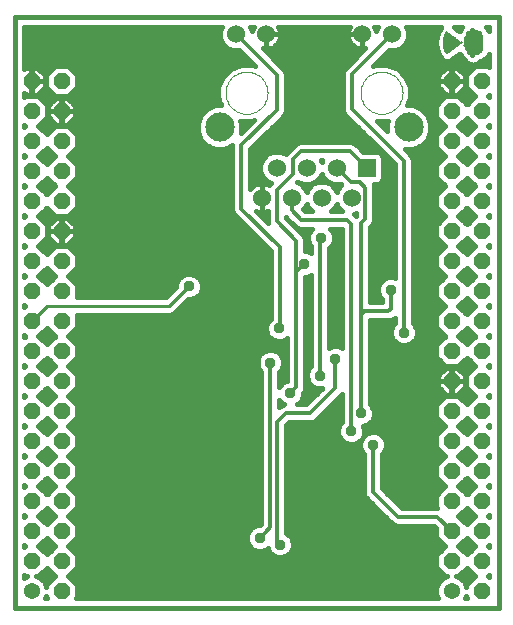
<source format=gbl>
G75*
%MOIN*%
%OFA0B0*%
%FSLAX24Y24*%
%IPPOS*%
%LPD*%
%AMOC8*
5,1,8,0,0,1.08239X$1,22.5*
%
%ADD10C,0.0160*%
%ADD11C,0.0540*%
%ADD12OC8,0.0540*%
%ADD13R,0.0004X0.0421*%
%ADD14R,0.0004X0.0465*%
%ADD15R,0.0004X0.0492*%
%ADD16R,0.0004X0.0516*%
%ADD17R,0.0004X0.0531*%
%ADD18R,0.0004X0.0547*%
%ADD19R,0.0004X0.0563*%
%ADD20R,0.0004X0.0575*%
%ADD21R,0.0004X0.0587*%
%ADD22R,0.0004X0.0598*%
%ADD23R,0.0004X0.0610*%
%ADD24R,0.0004X0.0618*%
%ADD25R,0.0004X0.0626*%
%ADD26R,0.0004X0.0638*%
%ADD27R,0.0004X0.0646*%
%ADD28R,0.0004X0.0650*%
%ADD29R,0.0004X0.0657*%
%ADD30R,0.0004X0.0665*%
%ADD31R,0.0004X0.0673*%
%ADD32R,0.0004X0.0677*%
%ADD33R,0.0004X0.0685*%
%ADD34R,0.0004X0.0689*%
%ADD35R,0.0004X0.0693*%
%ADD36R,0.0004X0.0701*%
%ADD37R,0.0004X0.0705*%
%ADD38R,0.0004X0.0709*%
%ADD39R,0.0004X0.0717*%
%ADD40R,0.0004X0.0720*%
%ADD41R,0.0004X0.0724*%
%ADD42R,0.0004X0.0728*%
%ADD43R,0.0004X0.0732*%
%ADD44R,0.0004X0.0736*%
%ADD45R,0.0004X0.0740*%
%ADD46R,0.0004X0.0744*%
%ADD47R,0.0004X0.0748*%
%ADD48R,0.0004X0.0752*%
%ADD49R,0.0004X0.0756*%
%ADD50R,0.0004X0.0760*%
%ADD51R,0.0004X0.0764*%
%ADD52R,0.0004X0.0768*%
%ADD53R,0.0004X0.0772*%
%ADD54R,0.0004X0.0776*%
%ADD55R,0.0004X0.0780*%
%ADD56R,0.0004X0.0783*%
%ADD57R,0.0004X0.0787*%
%ADD58R,0.0004X0.0791*%
%ADD59R,0.0004X0.0795*%
%ADD60R,0.0004X0.0799*%
%ADD61R,0.0004X0.0803*%
%ADD62R,0.0004X0.0807*%
%ADD63R,0.0004X0.0811*%
%ADD64R,0.0004X0.0815*%
%ADD65R,0.0004X0.0819*%
%ADD66R,0.0004X0.0823*%
%ADD67R,0.0004X0.0827*%
%ADD68R,0.0004X0.0831*%
%ADD69R,0.0004X0.0835*%
%ADD70R,0.0004X0.0839*%
%ADD71R,0.0004X0.0909*%
%ADD72R,0.0004X0.0937*%
%ADD73R,0.0004X0.0953*%
%ADD74R,0.0004X0.0961*%
%ADD75R,0.0004X0.0969*%
%ADD76R,0.0004X0.0976*%
%ADD77R,0.0004X0.0980*%
%ADD78R,0.0004X0.0984*%
%ADD79R,0.0004X0.0965*%
%ADD80R,0.0004X0.0957*%
%ADD81R,0.0004X0.0945*%
%ADD82R,0.0004X0.0921*%
%ADD83R,0.0004X0.0232*%
%ADD84R,0.0004X0.0555*%
%ADD85R,0.0004X0.0224*%
%ADD86R,0.0004X0.0543*%
%ADD87R,0.0004X0.0539*%
%ADD88R,0.0004X0.0220*%
%ADD89R,0.0004X0.0535*%
%ADD90R,0.0004X0.0528*%
%ADD91R,0.0004X0.0520*%
%ADD92R,0.0004X0.0512*%
%ADD93R,0.0004X0.0500*%
%ADD94R,0.0004X0.0488*%
%ADD95R,0.0004X0.0484*%
%ADD96R,0.0004X0.0476*%
%ADD97R,0.0004X0.0449*%
%ADD98R,0.0004X0.0370*%
%ADD99R,0.0004X0.0043*%
%ADD100R,0.0004X0.0228*%
%ADD101R,0.0004X0.0358*%
%ADD102R,0.0004X0.0350*%
%ADD103R,0.0004X0.0343*%
%ADD104R,0.0004X0.0331*%
%ADD105R,0.0004X0.0319*%
%ADD106R,0.0004X0.0311*%
%ADD107R,0.0004X0.0307*%
%ADD108R,0.0004X0.0303*%
%ADD109R,0.0004X0.0063*%
%ADD110R,0.0004X0.0130*%
%ADD111R,0.0004X0.0445*%
%ADD112R,0.0004X0.0437*%
%ADD113R,0.0004X0.0433*%
%ADD114R,0.0004X0.0362*%
%ADD115R,0.0004X0.0047*%
%ADD116R,0.0004X0.0354*%
%ADD117R,0.0004X0.0031*%
%ADD118R,0.0004X0.0346*%
%ADD119R,0.0004X0.0339*%
%ADD120R,0.0004X0.0055*%
%ADD121R,0.0004X0.0177*%
%ADD122R,0.0004X0.0035*%
%ADD123R,0.0004X0.0161*%
%ADD124R,0.0004X0.0051*%
%ADD125R,0.0004X0.0142*%
%ADD126R,0.0004X0.0118*%
%ADD127R,0.0004X0.0091*%
%ADD128R,0.0004X0.0024*%
%ADD129R,0.0004X0.0020*%
%ADD130R,0.0004X0.0008*%
%ADD131R,0.0004X0.0004*%
%ADD132R,0.0004X0.0012*%
%ADD133R,0.0004X0.0028*%
%ADD134R,0.0004X0.0059*%
%ADD135R,0.0004X0.0067*%
%ADD136R,0.0004X0.0075*%
%ADD137R,0.0004X0.0083*%
%ADD138R,0.0004X0.0098*%
%ADD139R,0.0004X0.0106*%
%ADD140R,0.0004X0.0114*%
%ADD141R,0.0004X0.0122*%
%ADD142R,0.0004X0.0138*%
%ADD143R,0.0004X0.0146*%
%ADD144R,0.0004X0.0154*%
%ADD145R,0.0004X0.0165*%
%ADD146R,0.0004X0.0169*%
%ADD147R,0.0004X0.0185*%
%ADD148R,0.0004X0.0189*%
%ADD149R,0.0004X0.0193*%
%ADD150R,0.0004X0.0201*%
%ADD151R,0.0004X0.0209*%
%ADD152R,0.0004X0.0213*%
%ADD153R,0.0004X0.0217*%
%ADD154R,0.0004X0.0236*%
%ADD155R,0.0004X0.0240*%
%ADD156R,0.0004X0.0248*%
%ADD157R,0.0004X0.0256*%
%ADD158R,0.0004X0.0264*%
%ADD159R,0.0004X0.0272*%
%ADD160R,0.0004X0.0280*%
%ADD161R,0.0004X0.0287*%
%ADD162R,0.0004X0.0295*%
%ADD163R,0.0004X0.0299*%
%ADD164R,0.0004X0.0126*%
%ADD165R,0.0004X0.0157*%
%ADD166R,0.0004X0.0134*%
%ADD167R,0.0004X0.0173*%
%ADD168R,0.0004X0.0366*%
%ADD169R,0.0004X0.0374*%
%ADD170R,0.0004X0.0382*%
%ADD171R,0.0004X0.0390*%
%ADD172R,0.0004X0.0394*%
%ADD173R,0.0004X0.0398*%
%ADD174R,0.0004X0.0406*%
%ADD175R,0.0004X0.0409*%
%ADD176R,0.0004X0.0417*%
%ADD177R,0.0004X0.0429*%
%ADD178R,0.0004X0.0441*%
%ADD179R,0.0004X0.0453*%
%ADD180R,0.0004X0.0457*%
%ADD181R,0.0004X0.0469*%
%ADD182R,0.0004X0.0480*%
%ADD183R,0.0004X0.0504*%
%ADD184R,0.0004X0.0508*%
%ADD185R,0.0004X0.0551*%
%ADD186R,0.0004X0.0567*%
%ADD187R,0.0004X0.0579*%
%ADD188R,0.0004X0.0413*%
%ADD189R,0.0004X0.0425*%
%ADD190R,0.0004X0.0181*%
%ADD191R,0.0004X0.0634*%
%ADD192R,0.0004X0.0654*%
%ADD193R,0.0004X0.0661*%
%ADD194R,0.0004X0.0669*%
%ADD195R,0.0004X0.0697*%
%ADD196R,0.0004X0.0244*%
%ADD197R,0.0004X0.0252*%
%ADD198R,0.0004X0.0461*%
%ADD199R,0.0004X0.0094*%
%ADD200R,0.0004X0.0622*%
%ADD201R,0.0004X0.0102*%
%ADD202R,0.0004X0.0630*%
%ADD203R,0.0004X0.0614*%
%ADD204R,0.0004X0.0583*%
%ADD205R,0.0004X0.0327*%
%ADD206C,0.0600*%
%ADD207C,0.0975*%
%ADD208R,0.0600X0.0600*%
%ADD209C,0.0000*%
%ADD210C,0.0376*%
%ADD211C,0.0100*%
%ADD212C,0.0120*%
D10*
X000259Y000180D02*
X016401Y000180D01*
X016401Y019865D01*
X000259Y019865D01*
X000259Y000180D01*
X000579Y001183D02*
X000680Y001225D01*
X000619Y001225D01*
X000579Y001265D01*
X000579Y001183D01*
X000980Y001225D02*
X001041Y001225D01*
X001330Y001514D01*
X001609Y001235D01*
X001320Y000946D01*
X001320Y000885D01*
X001262Y001024D01*
X001119Y001167D01*
X000980Y001225D01*
X001106Y001290D02*
X001554Y001290D01*
X001505Y001131D02*
X001155Y001131D01*
X001284Y000973D02*
X001346Y000973D01*
X001320Y000585D02*
X001320Y000524D01*
X001344Y000500D01*
X001285Y000500D01*
X001320Y000585D01*
X001264Y001448D02*
X001396Y001448D01*
X001330Y001956D02*
X001609Y002235D01*
X001330Y002514D01*
X001051Y002235D01*
X001330Y001956D01*
X001204Y002082D02*
X001456Y002082D01*
X001603Y002241D02*
X001057Y002241D01*
X001215Y002399D02*
X001445Y002399D01*
X001330Y002956D02*
X001609Y003235D01*
X001330Y003514D01*
X001051Y003235D01*
X001330Y002956D01*
X001253Y003033D02*
X001407Y003033D01*
X001565Y003192D02*
X001095Y003192D01*
X001166Y003350D02*
X001494Y003350D01*
X001335Y003509D02*
X001325Y003509D01*
X001330Y003956D02*
X001609Y004235D01*
X001330Y004514D01*
X001051Y004235D01*
X001330Y003956D01*
X001302Y003984D02*
X001358Y003984D01*
X001516Y004143D02*
X001144Y004143D01*
X001117Y004301D02*
X001543Y004301D01*
X001384Y004460D02*
X001276Y004460D01*
X001330Y004956D02*
X001609Y005235D01*
X001330Y005514D01*
X001051Y005235D01*
X001330Y004956D01*
X001193Y005094D02*
X001467Y005094D01*
X001592Y005252D02*
X001068Y005252D01*
X001227Y005411D02*
X001433Y005411D01*
X001330Y005956D02*
X001609Y006235D01*
X001330Y006514D01*
X001051Y006235D01*
X001330Y005956D01*
X001242Y006045D02*
X001418Y006045D01*
X001577Y006203D02*
X001083Y006203D01*
X001178Y006362D02*
X001482Y006362D01*
X001330Y006956D02*
X001609Y007235D01*
X001330Y007514D01*
X001051Y007235D01*
X001330Y006956D01*
X001291Y006996D02*
X001369Y006996D01*
X001528Y007154D02*
X001132Y007154D01*
X001129Y007313D02*
X001531Y007313D01*
X001373Y007471D02*
X001287Y007471D01*
X001330Y007956D02*
X001609Y008235D01*
X001330Y008514D01*
X001051Y008235D01*
X001330Y007956D01*
X001181Y008105D02*
X001479Y008105D01*
X001580Y008264D02*
X001080Y008264D01*
X001238Y008422D02*
X001422Y008422D01*
X001330Y008956D02*
X001609Y009235D01*
X001330Y009514D01*
X001051Y009235D01*
X001330Y008956D01*
X001230Y009056D02*
X001430Y009056D01*
X001588Y009215D02*
X001072Y009215D01*
X001189Y009373D02*
X001471Y009373D01*
X002051Y009235D02*
X002340Y009524D01*
X002340Y009946D01*
X002337Y009949D01*
X005474Y009949D01*
X005581Y009993D01*
X006048Y010461D01*
X006151Y010461D01*
X006309Y010526D01*
X006429Y010646D01*
X006494Y010804D01*
X006494Y010974D01*
X006429Y011131D01*
X006309Y011252D01*
X006151Y011317D01*
X005981Y011317D01*
X005824Y011252D01*
X005703Y011131D01*
X005638Y010974D01*
X005638Y010871D01*
X005296Y010529D01*
X002340Y010529D01*
X002340Y010946D01*
X002051Y011235D01*
X002340Y011524D01*
X002340Y011946D01*
X002041Y012245D01*
X001619Y012245D01*
X001330Y011956D01*
X001051Y012235D01*
X001340Y012524D01*
X001340Y012946D01*
X001051Y013235D01*
X001330Y013514D01*
X001619Y013225D01*
X002041Y013225D01*
X002340Y013524D01*
X002340Y013946D01*
X002051Y014235D01*
X002340Y014524D01*
X002340Y014946D01*
X002051Y015235D01*
X002340Y015524D01*
X002340Y015946D01*
X002041Y016245D01*
X001619Y016245D01*
X001330Y015956D01*
X001051Y016235D01*
X001340Y016524D01*
X001340Y016946D01*
X001041Y017245D01*
X000619Y017245D01*
X000579Y017205D01*
X000579Y017350D01*
X000644Y017285D01*
X000820Y017285D01*
X000820Y017725D01*
X000840Y017725D01*
X000840Y017285D01*
X001016Y017285D01*
X001280Y017549D01*
X001280Y017725D01*
X000840Y017725D01*
X000840Y017745D01*
X001280Y017745D01*
X001280Y017922D01*
X001016Y018185D01*
X000840Y018185D01*
X000840Y017745D01*
X000820Y017745D01*
X000820Y018185D01*
X000644Y018185D01*
X000579Y018121D01*
X000579Y019545D01*
X007158Y019545D01*
X007099Y019403D01*
X007099Y019188D01*
X007182Y018989D01*
X007334Y018838D01*
X007532Y018755D01*
X007747Y018755D01*
X007753Y018758D01*
X008260Y018251D01*
X008176Y018285D01*
X007802Y018285D01*
X007457Y018142D01*
X007193Y017878D01*
X007049Y017532D01*
X007049Y017158D01*
X007147Y016923D01*
X006945Y016923D01*
X006677Y016812D01*
X006473Y016607D01*
X006362Y016340D01*
X006362Y016051D01*
X006473Y015783D01*
X006677Y015579D01*
X006945Y015468D01*
X007234Y015468D01*
X007502Y015579D01*
X007518Y015595D01*
X007518Y013408D01*
X007564Y013297D01*
X008798Y012064D01*
X008798Y009816D01*
X008715Y009734D01*
X008650Y009576D01*
X008650Y009406D01*
X008715Y009249D01*
X008836Y009128D01*
X008993Y009063D01*
X009163Y009063D01*
X009321Y009128D01*
X009349Y009156D01*
X009349Y007746D01*
X009210Y007689D01*
X009089Y007568D01*
X009083Y007553D01*
X009083Y008044D01*
X009146Y008107D01*
X009211Y008264D01*
X009211Y008434D01*
X009146Y008592D01*
X009025Y008712D01*
X008868Y008777D01*
X008698Y008777D01*
X008540Y008712D01*
X008420Y008592D01*
X008355Y008434D01*
X008355Y008264D01*
X008420Y008107D01*
X008483Y008044D01*
X008483Y002981D01*
X008432Y002931D01*
X008343Y002931D01*
X008186Y002866D01*
X008065Y002745D01*
X008000Y002588D01*
X008000Y002418D01*
X008065Y002260D01*
X008186Y002140D01*
X008343Y002075D01*
X008514Y002075D01*
X008671Y002140D01*
X008688Y002157D01*
X008735Y002044D01*
X008855Y001923D01*
X009013Y001858D01*
X009183Y001858D01*
X009340Y001923D01*
X009461Y002044D01*
X009526Y002201D01*
X009526Y002371D01*
X009461Y002529D01*
X009340Y002649D01*
X009319Y002658D01*
X009319Y006257D01*
X009419Y006356D01*
X010161Y006356D01*
X010272Y006402D01*
X011118Y007249D01*
X011180Y007310D01*
X011180Y006371D01*
X011117Y006308D01*
X011051Y006151D01*
X011051Y005981D01*
X011117Y005823D01*
X011237Y005703D01*
X011394Y005638D01*
X011565Y005638D01*
X011722Y005703D01*
X011824Y005805D01*
X011780Y005698D01*
X011780Y005528D01*
X011845Y005371D01*
X011908Y005308D01*
X011908Y003979D01*
X011954Y003868D01*
X012780Y003042D01*
X012865Y002957D01*
X012975Y002911D01*
X014229Y002911D01*
X014320Y002821D01*
X014320Y002524D01*
X014609Y002235D01*
X014320Y001946D01*
X014320Y001524D01*
X014619Y001225D01*
X014680Y001225D01*
X014541Y001167D01*
X014398Y001024D01*
X014320Y000837D01*
X014320Y000634D01*
X014375Y000500D01*
X002316Y000500D01*
X002340Y000524D01*
X002340Y000946D01*
X002051Y001235D01*
X002340Y001524D01*
X002340Y001946D01*
X002051Y002235D01*
X002340Y002524D01*
X002340Y002946D01*
X002051Y003235D01*
X002340Y003524D01*
X002340Y003946D01*
X002051Y004235D01*
X002340Y004524D01*
X002340Y004946D01*
X002051Y005235D01*
X002340Y005524D01*
X002340Y005946D01*
X002051Y006235D01*
X002340Y006524D01*
X002340Y006946D01*
X002051Y007235D01*
X002340Y007524D01*
X002340Y007946D01*
X002051Y008235D01*
X002340Y008524D01*
X002340Y008946D01*
X002051Y009235D01*
X002072Y009215D02*
X008749Y009215D01*
X008664Y009373D02*
X002189Y009373D01*
X002340Y009532D02*
X008650Y009532D01*
X008697Y009690D02*
X002340Y009690D01*
X002340Y009849D02*
X008798Y009849D01*
X008798Y010007D02*
X005595Y010007D01*
X005753Y010166D02*
X008798Y010166D01*
X008798Y010324D02*
X005912Y010324D01*
X006204Y010483D02*
X008798Y010483D01*
X008798Y010641D02*
X006424Y010641D01*
X006493Y010800D02*
X008798Y010800D01*
X008798Y010958D02*
X006494Y010958D01*
X006435Y011117D02*
X008798Y011117D01*
X008798Y011275D02*
X006252Y011275D01*
X005880Y011275D02*
X002091Y011275D01*
X002170Y011117D02*
X005697Y011117D01*
X005638Y010958D02*
X002328Y010958D01*
X002340Y010800D02*
X005567Y010800D01*
X005408Y010641D02*
X002340Y010641D01*
X002250Y011434D02*
X008798Y011434D01*
X008798Y011592D02*
X002340Y011592D01*
X002340Y011751D02*
X008798Y011751D01*
X008798Y011909D02*
X002340Y011909D01*
X002219Y012068D02*
X008794Y012068D01*
X008635Y012226D02*
X002060Y012226D01*
X002016Y012285D02*
X002280Y012549D01*
X002280Y012725D01*
X001840Y012725D01*
X001840Y012285D01*
X002016Y012285D01*
X002116Y012385D02*
X008477Y012385D01*
X008318Y012543D02*
X002274Y012543D01*
X002280Y012702D02*
X008160Y012702D01*
X008001Y012860D02*
X002280Y012860D01*
X002280Y012922D02*
X002016Y013185D01*
X001840Y013185D01*
X001840Y012745D01*
X002280Y012745D01*
X002280Y012922D01*
X002183Y013019D02*
X007843Y013019D01*
X007684Y013177D02*
X002024Y013177D01*
X001840Y013177D02*
X001820Y013177D01*
X001820Y013185D02*
X001644Y013185D01*
X001380Y012922D01*
X001380Y012745D01*
X001820Y012745D01*
X001820Y012725D01*
X001840Y012725D01*
X001840Y012745D01*
X001820Y012745D01*
X001820Y013185D01*
X001820Y013019D02*
X001840Y013019D01*
X001840Y012860D02*
X001820Y012860D01*
X001820Y012725D02*
X001380Y012725D01*
X001380Y012549D01*
X001644Y012285D01*
X001820Y012285D01*
X001820Y012725D01*
X001820Y012702D02*
X001840Y012702D01*
X001840Y012543D02*
X001820Y012543D01*
X001820Y012385D02*
X001840Y012385D01*
X001600Y012226D02*
X001060Y012226D01*
X001201Y012385D02*
X001544Y012385D01*
X001386Y012543D02*
X001340Y012543D01*
X001340Y012702D02*
X001380Y012702D01*
X001380Y012860D02*
X001340Y012860D01*
X001268Y013019D02*
X001477Y013019D01*
X001636Y013177D02*
X001109Y013177D01*
X001152Y013336D02*
X001508Y013336D01*
X001350Y013494D02*
X001310Y013494D01*
X001330Y013956D02*
X001609Y014235D01*
X001330Y014514D01*
X001051Y014235D01*
X001330Y013956D01*
X001317Y013970D02*
X001343Y013970D01*
X001502Y014128D02*
X001158Y014128D01*
X001103Y014287D02*
X001557Y014287D01*
X001399Y014445D02*
X001261Y014445D01*
X001330Y014956D02*
X001609Y015235D01*
X001330Y015514D01*
X001051Y015235D01*
X001330Y014956D01*
X001207Y015079D02*
X001453Y015079D01*
X001606Y015238D02*
X001054Y015238D01*
X001212Y015396D02*
X001448Y015396D01*
X001404Y016030D02*
X001256Y016030D01*
X001098Y016189D02*
X001562Y016189D01*
X001644Y016285D02*
X001380Y016549D01*
X001380Y016725D01*
X001820Y016725D01*
X001840Y016725D01*
X001840Y016285D01*
X002016Y016285D01*
X002280Y016549D01*
X002280Y016725D01*
X001840Y016725D01*
X001840Y016745D01*
X002280Y016745D01*
X002280Y016922D01*
X002016Y017185D01*
X001840Y017185D01*
X001840Y016745D01*
X001820Y016745D01*
X001820Y016725D01*
X001820Y016285D01*
X001644Y016285D01*
X001582Y016347D02*
X001163Y016347D01*
X001322Y016506D02*
X001423Y016506D01*
X001380Y016664D02*
X001340Y016664D01*
X001380Y016745D02*
X001820Y016745D01*
X001820Y017185D01*
X001644Y017185D01*
X001380Y016922D01*
X001380Y016745D01*
X001380Y016823D02*
X001340Y016823D01*
X001305Y016981D02*
X001440Y016981D01*
X001598Y017140D02*
X001147Y017140D01*
X001029Y017298D02*
X001546Y017298D01*
X001619Y017225D02*
X002041Y017225D01*
X002340Y017524D01*
X002340Y017946D01*
X002041Y018245D01*
X001619Y018245D01*
X001320Y017946D01*
X001320Y017524D01*
X001619Y017225D01*
X001820Y017140D02*
X001840Y017140D01*
X001840Y016981D02*
X001820Y016981D01*
X001820Y016823D02*
X001840Y016823D01*
X001840Y016664D02*
X001820Y016664D01*
X001820Y016506D02*
X001840Y016506D01*
X001840Y016347D02*
X001820Y016347D01*
X002078Y016347D02*
X006365Y016347D01*
X006362Y016189D02*
X002098Y016189D01*
X002256Y016030D02*
X006370Y016030D01*
X006436Y015872D02*
X002340Y015872D01*
X002340Y015713D02*
X006543Y015713D01*
X006735Y015555D02*
X002340Y015555D01*
X002212Y015396D02*
X007518Y015396D01*
X007518Y015238D02*
X002054Y015238D01*
X002207Y015079D02*
X007518Y015079D01*
X007518Y014921D02*
X002340Y014921D01*
X002340Y014762D02*
X007518Y014762D01*
X007518Y014604D02*
X002340Y014604D01*
X002261Y014445D02*
X007518Y014445D01*
X007518Y014287D02*
X002103Y014287D01*
X002158Y014128D02*
X007518Y014128D01*
X007518Y013970D02*
X002317Y013970D01*
X002340Y013811D02*
X007518Y013811D01*
X007518Y013653D02*
X002340Y013653D01*
X002310Y013494D02*
X007518Y013494D01*
X007548Y013336D02*
X002152Y013336D01*
X001441Y012068D02*
X001219Y012068D01*
X001330Y011514D02*
X001609Y011235D01*
X001330Y010956D01*
X001051Y011235D01*
X001330Y011514D01*
X001250Y011434D02*
X001410Y011434D01*
X001569Y011275D02*
X001091Y011275D01*
X001170Y011117D02*
X001490Y011117D01*
X001332Y010958D02*
X001328Y010958D01*
X000609Y011235D02*
X000579Y011205D01*
X000579Y011265D01*
X000609Y011235D01*
X000579Y010265D02*
X000609Y010235D01*
X000579Y010205D01*
X000579Y010265D01*
X000579Y009265D02*
X000609Y009235D01*
X000579Y009205D01*
X000579Y009265D01*
X000579Y009215D02*
X000588Y009215D01*
X000579Y008265D02*
X000609Y008235D01*
X000579Y008205D01*
X000579Y008265D01*
X000579Y008264D02*
X000580Y008264D01*
X000579Y007265D02*
X000609Y007235D01*
X000579Y007205D01*
X000579Y007265D01*
X000579Y006265D02*
X000609Y006235D01*
X000579Y006205D01*
X000579Y006265D01*
X000579Y005265D02*
X000609Y005235D01*
X000579Y005205D01*
X000579Y005265D01*
X000579Y005252D02*
X000592Y005252D01*
X000579Y004265D02*
X000609Y004235D01*
X000579Y004205D01*
X000579Y004265D01*
X000579Y003265D02*
X000609Y003235D01*
X000579Y003205D01*
X000579Y003265D01*
X000579Y002265D02*
X000609Y002235D01*
X000579Y002205D01*
X000579Y002265D01*
X000579Y002241D02*
X000603Y002241D01*
X002057Y002241D02*
X008085Y002241D01*
X008008Y002399D02*
X002215Y002399D01*
X002340Y002558D02*
X008000Y002558D01*
X008053Y002716D02*
X002340Y002716D01*
X002340Y002875D02*
X008207Y002875D01*
X008483Y003033D02*
X002253Y003033D01*
X002095Y003192D02*
X008483Y003192D01*
X008483Y003350D02*
X002166Y003350D01*
X002325Y003509D02*
X008483Y003509D01*
X008483Y003667D02*
X002340Y003667D01*
X002340Y003826D02*
X008483Y003826D01*
X008483Y003984D02*
X002302Y003984D01*
X002144Y004143D02*
X008483Y004143D01*
X008483Y004301D02*
X002117Y004301D01*
X002276Y004460D02*
X008483Y004460D01*
X008483Y004618D02*
X002340Y004618D01*
X002340Y004777D02*
X008483Y004777D01*
X008483Y004935D02*
X002340Y004935D01*
X002193Y005094D02*
X008483Y005094D01*
X008483Y005252D02*
X002068Y005252D01*
X002227Y005411D02*
X008483Y005411D01*
X008483Y005569D02*
X002340Y005569D01*
X002340Y005728D02*
X008483Y005728D01*
X008483Y005886D02*
X002340Y005886D01*
X002242Y006045D02*
X008483Y006045D01*
X008483Y006203D02*
X002083Y006203D01*
X002178Y006362D02*
X008483Y006362D01*
X008483Y006520D02*
X002336Y006520D01*
X002340Y006679D02*
X008483Y006679D01*
X008483Y006837D02*
X002340Y006837D01*
X002291Y006996D02*
X008483Y006996D01*
X008483Y007154D02*
X002132Y007154D01*
X002129Y007313D02*
X008483Y007313D01*
X008483Y007471D02*
X002287Y007471D01*
X002340Y007630D02*
X008483Y007630D01*
X008483Y007788D02*
X002340Y007788D01*
X002340Y007947D02*
X008483Y007947D01*
X008422Y008105D02*
X002181Y008105D01*
X002080Y008264D02*
X008355Y008264D01*
X008355Y008422D02*
X002238Y008422D01*
X002340Y008581D02*
X008415Y008581D01*
X008605Y008739D02*
X002340Y008739D01*
X002340Y008898D02*
X009349Y008898D01*
X009349Y009056D02*
X002230Y009056D01*
X000579Y012205D02*
X000609Y012235D01*
X000579Y012265D01*
X000579Y012205D01*
X000579Y012226D02*
X000600Y012226D01*
X000579Y013205D02*
X000609Y013235D01*
X000579Y013265D01*
X000579Y013205D01*
X000579Y014205D02*
X000609Y014235D01*
X000579Y014265D01*
X000579Y014205D01*
X000579Y015205D02*
X000609Y015235D01*
X000579Y015265D01*
X000579Y015205D01*
X000579Y015238D02*
X000606Y015238D01*
X000579Y016205D02*
X000609Y016235D01*
X000579Y016265D01*
X000579Y016205D01*
X000579Y017298D02*
X000631Y017298D01*
X000820Y017298D02*
X000840Y017298D01*
X000840Y017457D02*
X000820Y017457D01*
X000820Y017615D02*
X000840Y017615D01*
X000840Y017774D02*
X000820Y017774D01*
X000820Y017932D02*
X000840Y017932D01*
X000840Y018091D02*
X000820Y018091D01*
X000579Y018249D02*
X007715Y018249D01*
X007945Y018566D02*
X000579Y018566D01*
X000579Y018408D02*
X008103Y018408D01*
X007786Y018725D02*
X000579Y018725D01*
X000579Y018883D02*
X007288Y018883D01*
X007160Y019042D02*
X000579Y019042D01*
X000579Y019200D02*
X007099Y019200D01*
X007099Y019359D02*
X000579Y019359D01*
X000579Y019517D02*
X007147Y019517D01*
X008121Y019545D02*
X008174Y019416D01*
X008195Y019480D01*
X008228Y019545D01*
X008121Y019545D01*
X008132Y019517D02*
X008214Y019517D01*
X008639Y019295D02*
X008639Y019295D01*
X008639Y018815D01*
X008602Y018815D01*
X008533Y018826D01*
X009254Y018105D01*
X009299Y017995D01*
X009299Y016715D01*
X009254Y016605D01*
X009169Y016520D01*
X008118Y015469D01*
X008118Y014151D01*
X008123Y014158D01*
X008177Y014211D01*
X008238Y014256D01*
X008305Y014290D01*
X008377Y014314D01*
X008452Y014325D01*
X008489Y014325D01*
X008489Y013845D01*
X008489Y013845D01*
X008489Y013365D01*
X008452Y013365D01*
X008377Y013377D01*
X008311Y013399D01*
X008699Y013011D01*
X008699Y013414D01*
X008674Y013401D01*
X008602Y013377D01*
X008527Y013365D01*
X008489Y013365D01*
X008489Y013845D01*
X008489Y013845D01*
X008489Y014325D01*
X008527Y014325D01*
X008602Y014314D01*
X008674Y014290D01*
X008734Y014260D01*
X008745Y014287D01*
X008798Y014340D01*
X008684Y014388D01*
X008532Y014539D01*
X008449Y014738D01*
X008449Y014953D01*
X008532Y015151D01*
X008684Y015303D01*
X008882Y015385D01*
X009097Y015385D01*
X009291Y015305D01*
X009361Y015375D01*
X009636Y015651D01*
X009747Y015697D01*
X011498Y015697D01*
X011608Y015651D01*
X011693Y015566D01*
X011874Y015385D01*
X012337Y015385D01*
X012425Y015349D01*
X012493Y015281D01*
X012529Y015193D01*
X012529Y014498D01*
X012493Y014409D01*
X012425Y014342D01*
X012337Y014305D01*
X012223Y014305D01*
X012252Y014236D01*
X012252Y013093D01*
X012206Y012983D01*
X012095Y012871D01*
X012095Y010362D01*
X012499Y010362D01*
X012499Y010465D01*
X012436Y010528D01*
X012370Y010685D01*
X012370Y010856D01*
X012436Y011013D01*
X012556Y011133D01*
X012713Y011199D01*
X012884Y011199D01*
X012932Y011179D01*
X012932Y014957D01*
X011245Y016644D01*
X011199Y016754D01*
X011199Y018015D01*
X011245Y018125D01*
X011329Y018210D01*
X011946Y018826D01*
X011877Y018815D01*
X011839Y018815D01*
X011839Y019295D01*
X011359Y019295D01*
X011359Y019258D01*
X011371Y019183D01*
X011395Y019111D01*
X011429Y019044D01*
X011473Y018983D01*
X011527Y018929D01*
X011588Y018885D01*
X011655Y018851D01*
X011727Y018827D01*
X011802Y018815D01*
X011839Y018815D01*
X011839Y019295D01*
X011839Y019295D01*
X011839Y019295D01*
X011359Y019295D01*
X011359Y019333D01*
X011371Y019408D01*
X011395Y019480D01*
X011428Y019545D01*
X009051Y019545D01*
X009084Y019480D01*
X009108Y019408D01*
X009119Y019333D01*
X009119Y019295D01*
X008639Y019295D01*
X008639Y018815D01*
X008677Y018815D01*
X008752Y018827D01*
X008824Y018851D01*
X008891Y018885D01*
X008952Y018929D01*
X009006Y018983D01*
X009050Y019044D01*
X009084Y019111D01*
X009108Y019183D01*
X009119Y019258D01*
X009119Y019295D01*
X008639Y019295D01*
X008639Y019295D01*
X008639Y019200D02*
X008639Y019200D01*
X008639Y019042D02*
X008639Y019042D01*
X008639Y018883D02*
X008639Y018883D01*
X008635Y018725D02*
X011844Y018725D01*
X011839Y018883D02*
X011839Y018883D01*
X011839Y019042D02*
X011839Y019042D01*
X011839Y019200D02*
X011839Y019200D01*
X011591Y018883D02*
X008888Y018883D01*
X009048Y019042D02*
X011431Y019042D01*
X011369Y019200D02*
X009110Y019200D01*
X009115Y019359D02*
X011363Y019359D01*
X011414Y019517D02*
X009065Y019517D01*
X008793Y018566D02*
X011686Y018566D01*
X011527Y018408D02*
X008952Y018408D01*
X009110Y018249D02*
X011369Y018249D01*
X011231Y018091D02*
X009260Y018091D01*
X009299Y017932D02*
X011199Y017932D01*
X011199Y017774D02*
X009299Y017774D01*
X009299Y017615D02*
X011199Y017615D01*
X011199Y017457D02*
X009299Y017457D01*
X009299Y017298D02*
X011199Y017298D01*
X011199Y017140D02*
X009299Y017140D01*
X009299Y016981D02*
X011199Y016981D01*
X011199Y016823D02*
X009299Y016823D01*
X009278Y016664D02*
X011237Y016664D01*
X011383Y016506D02*
X009155Y016506D01*
X008996Y016347D02*
X011542Y016347D01*
X011700Y016189D02*
X008838Y016189D01*
X008679Y016030D02*
X011859Y016030D01*
X012017Y015872D02*
X008521Y015872D01*
X008362Y015713D02*
X012176Y015713D01*
X012334Y015555D02*
X011705Y015555D01*
X011863Y015396D02*
X012493Y015396D01*
X012511Y015238D02*
X012651Y015238D01*
X012529Y015079D02*
X012810Y015079D01*
X012932Y014921D02*
X012529Y014921D01*
X012529Y014762D02*
X012932Y014762D01*
X012932Y014604D02*
X012529Y014604D01*
X012508Y014445D02*
X012932Y014445D01*
X012932Y014287D02*
X012231Y014287D01*
X012252Y014128D02*
X012932Y014128D01*
X012932Y013970D02*
X012252Y013970D01*
X012252Y013811D02*
X012932Y013811D01*
X012932Y013653D02*
X012252Y013653D01*
X012252Y013494D02*
X012932Y013494D01*
X012932Y013336D02*
X012252Y013336D01*
X012252Y013177D02*
X012932Y013177D01*
X012932Y013019D02*
X012221Y013019D01*
X012095Y012860D02*
X012932Y012860D01*
X012932Y012702D02*
X012095Y012702D01*
X012095Y012543D02*
X012932Y012543D01*
X012932Y012385D02*
X012095Y012385D01*
X012095Y012226D02*
X012932Y012226D01*
X012932Y012068D02*
X012095Y012068D01*
X012095Y011909D02*
X012932Y011909D01*
X012932Y011751D02*
X012095Y011751D01*
X012095Y011592D02*
X012932Y011592D01*
X012932Y011434D02*
X012095Y011434D01*
X012095Y011275D02*
X012932Y011275D01*
X012539Y011117D02*
X012095Y011117D01*
X012095Y010958D02*
X012413Y010958D01*
X012370Y010800D02*
X012095Y010800D01*
X012095Y010641D02*
X012389Y010641D01*
X012481Y010483D02*
X012095Y010483D01*
X012095Y009762D02*
X012779Y009762D01*
X012890Y009808D01*
X012932Y009849D01*
X012932Y009659D01*
X012869Y009596D01*
X012803Y009438D01*
X012803Y009268D01*
X012869Y009111D01*
X012989Y008990D01*
X013146Y008925D01*
X013317Y008925D01*
X013474Y008990D01*
X013595Y009111D01*
X013660Y009268D01*
X013660Y009438D01*
X013595Y009596D01*
X013532Y009659D01*
X013532Y015141D01*
X013486Y015252D01*
X013402Y015336D01*
X013270Y015468D01*
X013534Y015468D01*
X013802Y015579D01*
X014006Y015783D01*
X014117Y016051D01*
X014117Y016340D01*
X014006Y016607D01*
X013802Y016812D01*
X013534Y016923D01*
X013332Y016923D01*
X013429Y017158D01*
X013429Y017532D01*
X013286Y017878D01*
X013022Y018142D01*
X012676Y018285D01*
X012302Y018285D01*
X012219Y018251D01*
X012726Y018758D01*
X012732Y018755D01*
X012947Y018755D01*
X013145Y018838D01*
X013297Y018989D01*
X013379Y019188D01*
X013379Y019403D01*
X013321Y019545D01*
X014482Y019545D01*
X014463Y019527D01*
X014460Y019520D01*
X014459Y019519D01*
X014456Y019512D01*
X014455Y019511D01*
X014452Y019504D01*
X014447Y019499D01*
X014445Y019492D01*
X014443Y019491D01*
X014441Y019484D01*
X014440Y019483D01*
X014437Y019477D01*
X014436Y019475D01*
X014433Y019469D01*
X014432Y019468D01*
X014429Y019461D01*
X014428Y019460D01*
X014425Y019453D01*
X014424Y019452D01*
X014421Y019445D01*
X014420Y019444D01*
X014417Y019437D01*
X014416Y019436D01*
X014413Y019429D01*
X014412Y019428D01*
X014409Y019421D01*
X014408Y019420D01*
X014405Y019414D01*
X014404Y019412D01*
X014368Y019324D01*
X014368Y019324D01*
X014360Y019305D01*
X014360Y019302D01*
X014356Y019293D01*
X014356Y019290D01*
X014352Y019281D01*
X014352Y019279D01*
X014348Y019269D01*
X014348Y019267D01*
X014344Y019257D01*
X014344Y019255D01*
X014340Y019245D01*
X014340Y019239D01*
X014336Y019230D01*
X014336Y019223D01*
X014332Y019214D01*
X014332Y019208D01*
X014328Y019198D01*
X014328Y019188D01*
X014324Y019179D01*
X014324Y019164D01*
X014320Y019155D01*
X014320Y019129D01*
X014316Y019119D01*
X014316Y018918D01*
X014320Y018908D01*
X014320Y018882D01*
X014324Y018873D01*
X014324Y018859D01*
X014328Y018849D01*
X014328Y018839D01*
X014332Y018829D01*
X014332Y018823D01*
X014336Y018814D01*
X014336Y018807D01*
X014340Y018798D01*
X014340Y018792D01*
X014344Y018782D01*
X014344Y018780D01*
X014348Y018770D01*
X014348Y018768D01*
X014352Y018759D01*
X014352Y018756D01*
X014356Y018747D01*
X014356Y018744D01*
X014360Y018735D01*
X014360Y018733D01*
X014368Y018714D01*
X014368Y018713D01*
X014404Y018625D01*
X014405Y018624D01*
X014416Y018597D01*
X014417Y018596D01*
X014420Y018589D01*
X014421Y018588D01*
X014424Y018581D01*
X014425Y018580D01*
X014428Y018574D01*
X014429Y018572D01*
X014432Y018566D01*
X014433Y018565D01*
X014436Y018558D01*
X014437Y018557D01*
X014440Y018550D01*
X014445Y018545D01*
X014447Y018538D01*
X014449Y018537D01*
X014451Y018530D01*
X014452Y018529D01*
X014455Y018522D01*
X014456Y018521D01*
X014459Y018515D01*
X014464Y018509D01*
X014467Y018503D01*
X014535Y018435D01*
X014623Y018399D01*
X014730Y018399D01*
X014818Y018435D01*
X014823Y018440D01*
X014830Y018443D01*
X014838Y018451D01*
X014839Y018452D01*
X014846Y018455D01*
X014855Y018464D01*
X014862Y018467D01*
X014871Y018476D01*
X014877Y018479D01*
X014886Y018488D01*
X014893Y018490D01*
X014902Y018499D01*
X014909Y018502D01*
X014918Y018511D01*
X014925Y018514D01*
X014934Y018523D01*
X014940Y018526D01*
X014949Y018535D01*
X014956Y018538D01*
X014965Y018547D01*
X014972Y018549D01*
X014981Y018558D01*
X014988Y018561D01*
X014993Y018566D01*
X014999Y018569D01*
X015008Y018578D01*
X015015Y018581D01*
X015024Y018590D01*
X015031Y018593D01*
X015040Y018602D01*
X015047Y018604D01*
X015056Y018614D01*
X015062Y018616D01*
X015071Y018625D01*
X015078Y018628D01*
X015087Y018637D01*
X015094Y018640D01*
X015103Y018649D01*
X015104Y018649D01*
X015116Y018637D01*
X015120Y018629D01*
X015120Y018626D01*
X015156Y018538D01*
X015157Y018537D01*
X015160Y018530D01*
X015161Y018529D01*
X015164Y018522D01*
X015231Y018455D01*
X015235Y018451D01*
X015239Y018447D01*
X015243Y018443D01*
X015247Y018439D01*
X015247Y018439D01*
X015251Y018435D01*
X015255Y018431D01*
X015262Y018428D01*
X015263Y018427D01*
X015267Y018423D01*
X015274Y018421D01*
X015275Y018419D01*
X015278Y018418D01*
X015282Y018408D01*
X015350Y018341D01*
X015353Y018337D01*
X015357Y018333D01*
X015361Y018329D01*
X015365Y018325D01*
X015454Y018288D01*
X015456Y018288D01*
X015465Y018284D01*
X015612Y018284D01*
X015621Y018288D01*
X015624Y018288D01*
X015712Y018325D01*
X015780Y018392D01*
X015783Y018396D01*
X015787Y018400D01*
X015788Y018401D01*
X015792Y018403D01*
X015793Y018403D01*
X015881Y018439D01*
X015882Y018440D01*
X015889Y018443D01*
X015890Y018444D01*
X015897Y018447D01*
X015898Y018448D01*
X015905Y018451D01*
X015906Y018452D01*
X015913Y018455D01*
X015918Y018460D01*
X015925Y018463D01*
X015930Y018468D01*
X015936Y018471D01*
X015942Y018476D01*
X015948Y018479D01*
X015972Y018502D01*
X016039Y018570D01*
X016043Y018574D01*
X016047Y018578D01*
X016050Y018584D01*
X016051Y018585D01*
X016055Y018589D01*
X016058Y018596D01*
X016059Y018597D01*
X016063Y018601D01*
X016066Y018608D01*
X016067Y018609D01*
X016070Y018616D01*
X016071Y018617D01*
X016074Y018624D01*
X016075Y018625D01*
X016081Y018639D01*
X016081Y018205D01*
X016041Y018245D01*
X015619Y018245D01*
X015320Y017946D01*
X015320Y017524D01*
X015609Y017235D01*
X015330Y016956D01*
X015041Y017245D01*
X014619Y017245D01*
X014320Y016946D01*
X014320Y016524D01*
X014609Y016235D01*
X014320Y015946D01*
X014320Y015524D01*
X014609Y015235D01*
X014320Y014946D01*
X014320Y014524D01*
X014609Y014235D01*
X014320Y013946D01*
X014320Y013524D01*
X014609Y013235D01*
X014320Y012946D01*
X014320Y012524D01*
X014609Y012235D01*
X014320Y011946D01*
X014320Y011524D01*
X014609Y011235D01*
X014320Y010946D01*
X014320Y010524D01*
X014609Y010235D01*
X014320Y009946D01*
X014320Y009524D01*
X014609Y009235D01*
X014320Y008946D01*
X014320Y008524D01*
X014619Y008225D01*
X015041Y008225D01*
X015330Y008514D01*
X015609Y008235D01*
X015320Y007946D01*
X015320Y007524D01*
X015609Y007235D01*
X015330Y006956D01*
X015041Y007245D01*
X014619Y007245D01*
X014320Y006946D01*
X014320Y006524D01*
X014609Y006235D01*
X014320Y005946D01*
X014320Y005524D01*
X014609Y005235D01*
X014320Y004946D01*
X014320Y004524D01*
X014609Y004235D01*
X014320Y003946D01*
X014320Y003524D01*
X014332Y003511D01*
X013159Y003511D01*
X012508Y004163D01*
X012508Y005308D01*
X012571Y005371D01*
X012636Y005528D01*
X012636Y005698D01*
X012571Y005856D01*
X012450Y005976D01*
X012293Y006041D01*
X012123Y006041D01*
X011965Y005976D01*
X011864Y005874D01*
X011908Y005981D01*
X011908Y006151D01*
X011876Y006228D01*
X011880Y006228D01*
X012037Y006293D01*
X012158Y006414D01*
X012223Y006571D01*
X012223Y006742D01*
X012158Y006899D01*
X012095Y006962D01*
X012095Y009762D01*
X012095Y009690D02*
X012932Y009690D01*
X012931Y009849D02*
X012932Y009849D01*
X012842Y009532D02*
X012095Y009532D01*
X012095Y009373D02*
X012803Y009373D01*
X012826Y009215D02*
X012095Y009215D01*
X012095Y009056D02*
X012923Y009056D01*
X013540Y009056D02*
X014430Y009056D01*
X014320Y008898D02*
X012095Y008898D01*
X012095Y008739D02*
X014320Y008739D01*
X014320Y008581D02*
X012095Y008581D01*
X012095Y008422D02*
X014422Y008422D01*
X014580Y008264D02*
X012095Y008264D01*
X012095Y008105D02*
X014563Y008105D01*
X014644Y008185D02*
X014380Y007922D01*
X014380Y007745D01*
X014820Y007745D01*
X014820Y007725D01*
X014840Y007725D01*
X014840Y007285D01*
X015016Y007285D01*
X015280Y007549D01*
X015280Y007725D01*
X014840Y007725D01*
X014840Y007745D01*
X015280Y007745D01*
X015280Y007922D01*
X015016Y008185D01*
X014840Y008185D01*
X014840Y007745D01*
X014820Y007745D01*
X014820Y008185D01*
X014644Y008185D01*
X014820Y008105D02*
X014840Y008105D01*
X014840Y007947D02*
X014820Y007947D01*
X014820Y007788D02*
X014840Y007788D01*
X014820Y007725D02*
X014380Y007725D01*
X014380Y007549D01*
X014644Y007285D01*
X014820Y007285D01*
X014820Y007725D01*
X014820Y007630D02*
X014840Y007630D01*
X014840Y007471D02*
X014820Y007471D01*
X014820Y007313D02*
X014840Y007313D01*
X015044Y007313D02*
X015531Y007313D01*
X015528Y007154D02*
X015132Y007154D01*
X015291Y006996D02*
X015369Y006996D01*
X015373Y007471D02*
X015202Y007471D01*
X015280Y007630D02*
X015320Y007630D01*
X015320Y007788D02*
X015280Y007788D01*
X015255Y007947D02*
X015320Y007947D01*
X015479Y008105D02*
X015096Y008105D01*
X015080Y008264D02*
X015580Y008264D01*
X015422Y008422D02*
X015238Y008422D01*
X015330Y008956D02*
X015609Y009235D01*
X015330Y009514D01*
X015051Y009235D01*
X015330Y008956D01*
X015230Y009056D02*
X015430Y009056D01*
X015588Y009215D02*
X015072Y009215D01*
X015189Y009373D02*
X015471Y009373D01*
X015330Y009956D02*
X015609Y010235D01*
X015330Y010514D01*
X015051Y010235D01*
X015330Y009956D01*
X015279Y010007D02*
X015381Y010007D01*
X015539Y010166D02*
X015121Y010166D01*
X015140Y010324D02*
X015520Y010324D01*
X015361Y010483D02*
X015299Y010483D01*
X015330Y010956D02*
X015609Y011235D01*
X015330Y011514D01*
X015051Y011235D01*
X015330Y010956D01*
X015328Y010958D02*
X015332Y010958D01*
X015490Y011117D02*
X015170Y011117D01*
X015091Y011275D02*
X015569Y011275D01*
X015410Y011434D02*
X015250Y011434D01*
X015330Y011956D02*
X015609Y012235D01*
X015330Y012514D01*
X015051Y012235D01*
X015330Y011956D01*
X015219Y012068D02*
X015441Y012068D01*
X015600Y012226D02*
X015060Y012226D01*
X015201Y012385D02*
X015459Y012385D01*
X015330Y012956D02*
X015609Y013235D01*
X015330Y013514D01*
X015051Y013235D01*
X015330Y012956D01*
X015268Y013019D02*
X015392Y013019D01*
X015551Y013177D02*
X015109Y013177D01*
X015152Y013336D02*
X015508Y013336D01*
X015350Y013494D02*
X015310Y013494D01*
X015330Y013956D02*
X015609Y014235D01*
X015330Y014514D01*
X015051Y014235D01*
X015330Y013956D01*
X015317Y013970D02*
X015343Y013970D01*
X015502Y014128D02*
X015158Y014128D01*
X015103Y014287D02*
X015557Y014287D01*
X015399Y014445D02*
X015261Y014445D01*
X015330Y014956D02*
X015609Y015235D01*
X015330Y015514D01*
X015051Y015235D01*
X015330Y014956D01*
X015207Y015079D02*
X015453Y015079D01*
X015606Y015238D02*
X015054Y015238D01*
X015212Y015396D02*
X015448Y015396D01*
X015330Y015956D02*
X015609Y016235D01*
X015330Y016514D01*
X015051Y016235D01*
X015330Y015956D01*
X015256Y016030D02*
X015404Y016030D01*
X015562Y016189D02*
X015098Y016189D01*
X015163Y016347D02*
X015497Y016347D01*
X015338Y016506D02*
X015322Y016506D01*
X015305Y016981D02*
X015355Y016981D01*
X015513Y017140D02*
X015147Y017140D01*
X015016Y017285D02*
X014840Y017285D01*
X014840Y017725D01*
X014820Y017725D01*
X014820Y017285D01*
X014644Y017285D01*
X014380Y017549D01*
X014380Y017725D01*
X014820Y017725D01*
X014820Y017745D01*
X014380Y017745D01*
X014380Y017922D01*
X014644Y018185D01*
X014820Y018185D01*
X014820Y017745D01*
X014840Y017745D01*
X015280Y017745D01*
X015280Y017922D01*
X015016Y018185D01*
X014840Y018185D01*
X014840Y017745D01*
X014840Y017725D01*
X015280Y017725D01*
X015280Y017549D01*
X015016Y017285D01*
X015029Y017298D02*
X015546Y017298D01*
X015387Y017457D02*
X015188Y017457D01*
X015280Y017615D02*
X015320Y017615D01*
X015320Y017774D02*
X015280Y017774D01*
X015269Y017932D02*
X015320Y017932D01*
X015464Y018091D02*
X015111Y018091D01*
X014840Y018091D02*
X014820Y018091D01*
X014820Y017932D02*
X014840Y017932D01*
X014840Y017774D02*
X014820Y017774D01*
X014820Y017615D02*
X014840Y017615D01*
X014840Y017457D02*
X014820Y017457D01*
X014820Y017298D02*
X014840Y017298D01*
X014631Y017298D02*
X013429Y017298D01*
X013429Y017457D02*
X014472Y017457D01*
X014380Y017615D02*
X013395Y017615D01*
X013330Y017774D02*
X014380Y017774D01*
X014391Y017932D02*
X013232Y017932D01*
X013074Y018091D02*
X014549Y018091D01*
X014601Y018408D02*
X012376Y018408D01*
X012534Y018566D02*
X014432Y018566D01*
X014363Y018725D02*
X012693Y018725D01*
X012764Y018249D02*
X016081Y018249D01*
X016081Y018408D02*
X015805Y018408D01*
X015972Y018502D02*
X015972Y018502D01*
X016036Y018566D02*
X016081Y018566D01*
X016081Y019398D02*
X016075Y019412D01*
X016074Y019414D01*
X016071Y019420D01*
X016070Y019421D01*
X016067Y019428D01*
X016066Y019429D01*
X016063Y019436D01*
X016062Y019437D01*
X016059Y019444D01*
X016055Y019448D01*
X016054Y019449D01*
X016051Y019456D01*
X016047Y019460D01*
X016043Y019464D01*
X016039Y019468D01*
X016038Y019469D01*
X016035Y019475D01*
X016031Y019479D01*
X015966Y019545D01*
X016081Y019545D01*
X016081Y019398D01*
X016031Y019479D02*
X016031Y019479D01*
X015994Y019517D02*
X016081Y019517D01*
X015182Y019545D02*
X014891Y019545D01*
X014894Y019542D01*
X014901Y019539D01*
X014910Y019530D01*
X014917Y019527D01*
X014926Y019518D01*
X014932Y019515D01*
X014936Y019511D01*
X014936Y019511D01*
X014942Y019506D01*
X014948Y019504D01*
X014957Y019495D01*
X014964Y019492D01*
X014973Y019483D01*
X014980Y019480D01*
X014985Y019475D01*
X014992Y019472D01*
X015001Y019463D01*
X015007Y019460D01*
X015016Y019451D01*
X015023Y019448D01*
X015032Y019439D01*
X015039Y019437D01*
X015048Y019428D01*
X015055Y019425D01*
X015060Y019420D01*
X015066Y019417D01*
X015075Y019408D01*
X015082Y019405D01*
X015091Y019396D01*
X015092Y019396D01*
X015125Y019475D01*
X015126Y019477D01*
X015129Y019483D01*
X015130Y019484D01*
X015132Y019491D01*
X015138Y019496D01*
X015140Y019503D01*
X015182Y019545D01*
X015154Y019517D02*
X014928Y019517D01*
X014459Y019517D02*
X013332Y019517D01*
X013379Y019359D02*
X014382Y019359D01*
X014329Y019200D02*
X013379Y019200D01*
X013319Y019042D02*
X014316Y019042D01*
X014320Y018883D02*
X013191Y018883D01*
X012305Y019416D02*
X012358Y019545D01*
X012251Y019545D01*
X012284Y019480D01*
X012305Y019416D01*
X012265Y019517D02*
X012347Y019517D01*
X013422Y017140D02*
X014513Y017140D01*
X014355Y016981D02*
X013356Y016981D01*
X013776Y016823D02*
X014320Y016823D01*
X014320Y016664D02*
X013950Y016664D01*
X014048Y016506D02*
X014338Y016506D01*
X014497Y016347D02*
X014114Y016347D01*
X014117Y016189D02*
X014562Y016189D01*
X014404Y016030D02*
X014108Y016030D01*
X014043Y015872D02*
X014320Y015872D01*
X014320Y015713D02*
X013936Y015713D01*
X013743Y015555D02*
X014320Y015555D01*
X014448Y015396D02*
X013341Y015396D01*
X013492Y015238D02*
X014606Y015238D01*
X014453Y015079D02*
X013532Y015079D01*
X013532Y014921D02*
X014320Y014921D01*
X014320Y014762D02*
X013532Y014762D01*
X013532Y014604D02*
X014320Y014604D01*
X014399Y014445D02*
X013532Y014445D01*
X013532Y014287D02*
X014557Y014287D01*
X014502Y014128D02*
X013532Y014128D01*
X013532Y013970D02*
X014343Y013970D01*
X014320Y013811D02*
X013532Y013811D01*
X013532Y013653D02*
X014320Y013653D01*
X014350Y013494D02*
X013532Y013494D01*
X013532Y013336D02*
X014508Y013336D01*
X014551Y013177D02*
X013532Y013177D01*
X013532Y013019D02*
X014392Y013019D01*
X014320Y012860D02*
X013532Y012860D01*
X013532Y012702D02*
X014320Y012702D01*
X014320Y012543D02*
X013532Y012543D01*
X013532Y012385D02*
X014459Y012385D01*
X014600Y012226D02*
X013532Y012226D01*
X013532Y012068D02*
X014441Y012068D01*
X014320Y011909D02*
X013532Y011909D01*
X013532Y011751D02*
X014320Y011751D01*
X014320Y011592D02*
X013532Y011592D01*
X013532Y011434D02*
X014410Y011434D01*
X014569Y011275D02*
X013532Y011275D01*
X013532Y011117D02*
X014490Y011117D01*
X014332Y010958D02*
X013532Y010958D01*
X013532Y010800D02*
X014320Y010800D01*
X014320Y010641D02*
X013532Y010641D01*
X013532Y010483D02*
X014361Y010483D01*
X014520Y010324D02*
X013532Y010324D01*
X013532Y010166D02*
X014539Y010166D01*
X014381Y010007D02*
X013532Y010007D01*
X013532Y009849D02*
X014320Y009849D01*
X014320Y009690D02*
X013532Y009690D01*
X013621Y009532D02*
X014320Y009532D01*
X014471Y009373D02*
X013660Y009373D01*
X013637Y009215D02*
X014588Y009215D01*
X014405Y007947D02*
X012095Y007947D01*
X012095Y007788D02*
X014380Y007788D01*
X014380Y007630D02*
X012095Y007630D01*
X012095Y007471D02*
X014458Y007471D01*
X014616Y007313D02*
X012095Y007313D01*
X012095Y007154D02*
X014528Y007154D01*
X014369Y006996D02*
X012095Y006996D01*
X012183Y006837D02*
X014320Y006837D01*
X014320Y006679D02*
X012223Y006679D01*
X012201Y006520D02*
X014324Y006520D01*
X014482Y006362D02*
X012105Y006362D01*
X011886Y006203D02*
X014577Y006203D01*
X014418Y006045D02*
X011908Y006045D01*
X011875Y005886D02*
X011869Y005886D01*
X011792Y005728D02*
X011747Y005728D01*
X011780Y005569D02*
X009319Y005569D01*
X009319Y005411D02*
X011828Y005411D01*
X011908Y005252D02*
X009319Y005252D01*
X009319Y005094D02*
X011908Y005094D01*
X011908Y004935D02*
X009319Y004935D01*
X009319Y004777D02*
X011908Y004777D01*
X011908Y004618D02*
X009319Y004618D01*
X009319Y004460D02*
X011908Y004460D01*
X011908Y004301D02*
X009319Y004301D01*
X009319Y004143D02*
X011908Y004143D01*
X011908Y003984D02*
X009319Y003984D01*
X009319Y003826D02*
X011996Y003826D01*
X012155Y003667D02*
X009319Y003667D01*
X009319Y003509D02*
X012313Y003509D01*
X012472Y003350D02*
X009319Y003350D01*
X009319Y003192D02*
X012630Y003192D01*
X012789Y003033D02*
X009319Y003033D01*
X009319Y002875D02*
X014266Y002875D01*
X014320Y002716D02*
X009319Y002716D01*
X009432Y002558D02*
X014320Y002558D01*
X014445Y002399D02*
X009514Y002399D01*
X009526Y002241D02*
X014603Y002241D01*
X014456Y002082D02*
X009476Y002082D01*
X009340Y001924D02*
X014320Y001924D01*
X014320Y001765D02*
X002340Y001765D01*
X002340Y001607D02*
X014320Y001607D01*
X014396Y001448D02*
X002264Y001448D01*
X002106Y001290D02*
X014554Y001290D01*
X014505Y001131D02*
X002155Y001131D01*
X002314Y000973D02*
X014376Y000973D01*
X014320Y000814D02*
X002340Y000814D01*
X002340Y000656D02*
X014320Y000656D01*
X014980Y001225D02*
X015041Y001225D01*
X015330Y001514D01*
X015609Y001235D01*
X015320Y000946D01*
X015320Y000885D01*
X015262Y001024D01*
X015119Y001167D01*
X014980Y001225D01*
X015106Y001290D02*
X015554Y001290D01*
X015505Y001131D02*
X015155Y001131D01*
X015284Y000973D02*
X015346Y000973D01*
X015320Y000585D02*
X015320Y000524D01*
X015344Y000500D01*
X015285Y000500D01*
X015320Y000585D01*
X015264Y001448D02*
X015396Y001448D01*
X015330Y001956D02*
X015609Y002235D01*
X015330Y002514D01*
X015051Y002235D01*
X015330Y001956D01*
X015204Y002082D02*
X015456Y002082D01*
X015603Y002241D02*
X015057Y002241D01*
X015215Y002399D02*
X015445Y002399D01*
X015330Y002956D02*
X015609Y003235D01*
X015330Y003514D01*
X015051Y003235D01*
X015330Y002956D01*
X015253Y003033D02*
X015407Y003033D01*
X015565Y003192D02*
X015095Y003192D01*
X015166Y003350D02*
X015494Y003350D01*
X015335Y003509D02*
X015325Y003509D01*
X015330Y003956D02*
X015609Y004235D01*
X015330Y004514D01*
X015051Y004235D01*
X015330Y003956D01*
X015302Y003984D02*
X015358Y003984D01*
X015516Y004143D02*
X015144Y004143D01*
X015117Y004301D02*
X015543Y004301D01*
X015384Y004460D02*
X015276Y004460D01*
X015330Y004956D02*
X015609Y005235D01*
X015330Y005514D01*
X015051Y005235D01*
X015330Y004956D01*
X015193Y005094D02*
X015467Y005094D01*
X015592Y005252D02*
X015068Y005252D01*
X015227Y005411D02*
X015433Y005411D01*
X015330Y005956D02*
X015609Y006235D01*
X015330Y006514D01*
X015051Y006235D01*
X015330Y005956D01*
X015242Y006045D02*
X015418Y006045D01*
X015577Y006203D02*
X015083Y006203D01*
X015178Y006362D02*
X015482Y006362D01*
X016051Y006235D02*
X016081Y006265D01*
X016081Y006205D01*
X016051Y006235D01*
X016081Y005265D02*
X016081Y005205D01*
X016051Y005235D01*
X016081Y005265D01*
X016081Y005252D02*
X016068Y005252D01*
X016081Y004265D02*
X016081Y004205D01*
X016051Y004235D01*
X016081Y004265D01*
X016081Y003265D02*
X016081Y003205D01*
X016051Y003235D01*
X016081Y003265D01*
X016081Y002265D02*
X016081Y002205D01*
X016051Y002235D01*
X016081Y002265D01*
X016081Y002241D02*
X016057Y002241D01*
X016081Y001265D02*
X016081Y001205D01*
X016051Y001235D01*
X016081Y001265D01*
X014320Y003667D02*
X013003Y003667D01*
X012845Y003826D02*
X014320Y003826D01*
X014358Y003984D02*
X012686Y003984D01*
X012528Y004143D02*
X014516Y004143D01*
X014543Y004301D02*
X012508Y004301D01*
X012508Y004460D02*
X014384Y004460D01*
X014320Y004618D02*
X012508Y004618D01*
X012508Y004777D02*
X014320Y004777D01*
X014320Y004935D02*
X012508Y004935D01*
X012508Y005094D02*
X014467Y005094D01*
X014592Y005252D02*
X012508Y005252D01*
X012587Y005411D02*
X014433Y005411D01*
X014320Y005569D02*
X012636Y005569D01*
X012624Y005728D02*
X014320Y005728D01*
X014320Y005886D02*
X012540Y005886D01*
X011212Y005728D02*
X009319Y005728D01*
X009319Y005886D02*
X011091Y005886D01*
X011051Y006045D02*
X009319Y006045D01*
X009319Y006203D02*
X011073Y006203D01*
X011170Y006362D02*
X010174Y006362D01*
X010390Y006520D02*
X011180Y006520D01*
X011180Y006679D02*
X010548Y006679D01*
X010707Y006837D02*
X011180Y006837D01*
X011180Y006996D02*
X010865Y006996D01*
X011024Y007154D02*
X011180Y007154D01*
X010509Y007488D02*
X009977Y006956D01*
X009679Y006956D01*
X009695Y006963D01*
X009815Y007083D01*
X009880Y007241D01*
X009880Y007330D01*
X009903Y007353D01*
X009949Y007463D01*
X009949Y011209D01*
X009990Y011209D01*
X010136Y011269D01*
X010136Y008222D01*
X010073Y008159D01*
X010008Y008001D01*
X010008Y007831D01*
X010073Y007674D01*
X010194Y007553D01*
X010351Y007488D01*
X010509Y007488D01*
X010492Y007471D02*
X009949Y007471D01*
X009949Y007630D02*
X010118Y007630D01*
X010026Y007788D02*
X009949Y007788D01*
X009949Y007947D02*
X010008Y007947D01*
X010051Y008105D02*
X009949Y008105D01*
X009949Y008264D02*
X010136Y008264D01*
X010136Y008422D02*
X009949Y008422D01*
X009949Y008581D02*
X010136Y008581D01*
X010136Y008739D02*
X009949Y008739D01*
X009949Y008898D02*
X010136Y008898D01*
X010136Y009056D02*
X009949Y009056D01*
X009949Y009215D02*
X010136Y009215D01*
X010136Y009373D02*
X009949Y009373D01*
X009949Y009532D02*
X010136Y009532D01*
X010136Y009690D02*
X009949Y009690D01*
X009949Y009849D02*
X010136Y009849D01*
X010136Y010007D02*
X009949Y010007D01*
X009949Y010166D02*
X010136Y010166D01*
X010136Y010324D02*
X009949Y010324D01*
X009949Y010483D02*
X010136Y010483D01*
X010136Y010641D02*
X009949Y010641D01*
X009949Y010800D02*
X010136Y010800D01*
X010136Y010958D02*
X009949Y010958D01*
X009949Y011117D02*
X010136Y011117D01*
X010736Y011117D02*
X011180Y011117D01*
X011180Y011275D02*
X010736Y011275D01*
X010736Y011434D02*
X011180Y011434D01*
X011180Y011592D02*
X010736Y011592D01*
X010736Y011751D02*
X011180Y011751D01*
X011180Y011909D02*
X010736Y011909D01*
X010736Y012068D02*
X011180Y012068D01*
X011180Y012226D02*
X010804Y012226D01*
X010839Y012260D02*
X010736Y012158D01*
X010736Y008843D01*
X010863Y008896D01*
X011033Y008896D01*
X011180Y008835D01*
X011180Y012813D01*
X010771Y012813D01*
X010839Y012745D01*
X010904Y012588D01*
X010904Y012418D01*
X010839Y012260D01*
X010890Y012385D02*
X011180Y012385D01*
X011180Y012543D02*
X010904Y012543D01*
X010857Y012702D02*
X011180Y012702D01*
X011627Y013252D02*
X011574Y013305D01*
X011597Y013305D01*
X011652Y013328D01*
X011652Y013277D01*
X011627Y013252D01*
X011158Y013413D02*
X010821Y013413D01*
X010947Y013539D01*
X010989Y013641D01*
X011032Y013539D01*
X011158Y013413D01*
X011077Y013494D02*
X010902Y013494D01*
X010989Y014049D02*
X010947Y014151D01*
X010795Y014303D01*
X010597Y014385D01*
X010382Y014385D01*
X010184Y014303D01*
X010032Y014151D01*
X009989Y014049D01*
X009947Y014151D01*
X009795Y014303D01*
X009664Y014358D01*
X009691Y014384D01*
X009882Y014305D01*
X010097Y014305D01*
X010295Y014388D01*
X010447Y014539D01*
X010489Y014641D01*
X010532Y014539D01*
X010684Y014388D01*
X010882Y014305D01*
X011097Y014305D01*
X011103Y014308D01*
X011145Y014265D01*
X011032Y014151D01*
X010989Y014049D01*
X010957Y014128D02*
X011022Y014128D01*
X011124Y014287D02*
X010812Y014287D01*
X010626Y014445D02*
X010353Y014445D01*
X010474Y014604D02*
X010505Y014604D01*
X010489Y015049D02*
X010509Y015097D01*
X010470Y015097D01*
X010489Y015049D01*
X010477Y015079D02*
X010502Y015079D01*
X010167Y014287D02*
X009812Y014287D01*
X009957Y014128D02*
X010022Y014128D01*
X009989Y013641D02*
X010032Y013539D01*
X010158Y013413D01*
X009931Y013413D01*
X009876Y013468D01*
X009947Y013539D01*
X009989Y013641D01*
X009902Y013494D02*
X010077Y013494D01*
X009747Y012813D02*
X009636Y012859D01*
X009320Y013176D01*
X009299Y013196D01*
X009299Y013178D01*
X009819Y012659D01*
X009903Y012574D01*
X009949Y012464D01*
X009949Y012065D01*
X009990Y012065D01*
X010136Y012004D01*
X010136Y012237D01*
X010113Y012260D01*
X010048Y012418D01*
X010048Y012588D01*
X010113Y012745D01*
X010180Y012813D01*
X009747Y012813D01*
X009776Y012702D02*
X010095Y012702D01*
X010048Y012543D02*
X009916Y012543D01*
X009949Y012385D02*
X010061Y012385D01*
X010136Y012226D02*
X009949Y012226D01*
X009949Y012068D02*
X010136Y012068D01*
X009635Y012860D02*
X009618Y012860D01*
X009477Y013019D02*
X009459Y013019D01*
X009318Y013177D02*
X009301Y013177D01*
X008699Y013177D02*
X008533Y013177D01*
X008691Y013019D02*
X008699Y013019D01*
X008699Y013336D02*
X008374Y013336D01*
X008489Y013494D02*
X008489Y013494D01*
X008489Y013653D02*
X008489Y013653D01*
X008489Y013811D02*
X008489Y013811D01*
X008489Y013970D02*
X008489Y013970D01*
X008489Y014128D02*
X008489Y014128D01*
X008489Y014287D02*
X008489Y014287D01*
X008298Y014287D02*
X008118Y014287D01*
X008118Y014445D02*
X008626Y014445D01*
X008681Y014287D02*
X008745Y014287D01*
X008505Y014604D02*
X008118Y014604D01*
X008118Y014762D02*
X008449Y014762D01*
X008449Y014921D02*
X008118Y014921D01*
X008118Y015079D02*
X008502Y015079D01*
X008618Y015238D02*
X008118Y015238D01*
X008118Y015396D02*
X009382Y015396D01*
X009540Y015555D02*
X008204Y015555D01*
X007831Y016030D02*
X007808Y016030D01*
X007817Y016051D02*
X007793Y015992D01*
X008227Y016426D01*
X008176Y016405D01*
X007802Y016405D01*
X007787Y016412D01*
X007817Y016340D01*
X007817Y016051D01*
X007817Y016189D02*
X007989Y016189D01*
X008148Y016347D02*
X007814Y016347D01*
X007518Y015555D02*
X007443Y015555D01*
X006529Y016664D02*
X002280Y016664D01*
X002280Y016823D02*
X006703Y016823D01*
X006430Y016506D02*
X002237Y016506D01*
X002220Y016981D02*
X007123Y016981D01*
X007057Y017140D02*
X002062Y017140D01*
X002114Y017298D02*
X007049Y017298D01*
X007049Y017457D02*
X002273Y017457D01*
X002340Y017615D02*
X007084Y017615D01*
X007149Y017774D02*
X002340Y017774D01*
X002340Y017932D02*
X007247Y017932D01*
X007405Y018091D02*
X002196Y018091D01*
X001464Y018091D02*
X001111Y018091D01*
X001269Y017932D02*
X001320Y017932D01*
X001320Y017774D02*
X001280Y017774D01*
X001280Y017615D02*
X001320Y017615D01*
X001387Y017457D02*
X001188Y017457D01*
X008961Y008739D02*
X009349Y008739D01*
X009349Y008581D02*
X009150Y008581D01*
X009211Y008422D02*
X009349Y008422D01*
X009349Y008264D02*
X009211Y008264D01*
X009144Y008105D02*
X009349Y008105D01*
X009349Y007947D02*
X009083Y007947D01*
X009083Y007788D02*
X009349Y007788D01*
X009150Y007630D02*
X009083Y007630D01*
X009083Y007099D02*
X009083Y006869D01*
X009125Y006911D01*
X009230Y006954D01*
X009210Y006963D01*
X009089Y007083D01*
X009083Y007099D01*
X009083Y006996D02*
X009177Y006996D01*
X009727Y006996D02*
X010017Y006996D01*
X010175Y007154D02*
X009844Y007154D01*
X009880Y007313D02*
X010334Y007313D01*
X010736Y008898D02*
X011180Y008898D01*
X011180Y009056D02*
X010736Y009056D01*
X010736Y009215D02*
X011180Y009215D01*
X011180Y009373D02*
X010736Y009373D01*
X010736Y009532D02*
X011180Y009532D01*
X011180Y009690D02*
X010736Y009690D01*
X010736Y009849D02*
X011180Y009849D01*
X011180Y010007D02*
X010736Y010007D01*
X010736Y010166D02*
X011180Y010166D01*
X011180Y010324D02*
X010736Y010324D01*
X010736Y010483D02*
X011180Y010483D01*
X011180Y010641D02*
X010736Y010641D01*
X010736Y010800D02*
X011180Y010800D01*
X011180Y010958D02*
X010736Y010958D01*
X012662Y016075D02*
X012332Y016405D01*
X012676Y016405D01*
X012692Y016412D01*
X012662Y016340D01*
X012662Y016075D01*
X012662Y016189D02*
X012549Y016189D01*
X012665Y016347D02*
X012390Y016347D01*
X014752Y018408D02*
X015283Y018408D01*
X015251Y018435D02*
X015251Y018435D01*
X015145Y018566D02*
X014992Y018566D01*
X014838Y018451D02*
X014838Y018451D01*
X016051Y017235D02*
X016081Y017265D01*
X016081Y017205D01*
X016051Y017235D01*
X016081Y016265D02*
X016081Y016205D01*
X016051Y016235D01*
X016081Y016265D01*
X016081Y015265D02*
X016081Y015205D01*
X016051Y015235D01*
X016081Y015265D01*
X016081Y015238D02*
X016054Y015238D01*
X016081Y014265D02*
X016081Y014205D01*
X016051Y014235D01*
X016081Y014265D01*
X016081Y013265D02*
X016081Y013205D01*
X016051Y013235D01*
X016081Y013265D01*
X016081Y012265D02*
X016081Y012205D01*
X016051Y012235D01*
X016081Y012265D01*
X016081Y012226D02*
X016060Y012226D01*
X016081Y011265D02*
X016081Y011205D01*
X016051Y011235D01*
X016081Y011265D01*
X016081Y010265D02*
X016081Y010205D01*
X016051Y010235D01*
X016081Y010265D01*
X016081Y009265D02*
X016081Y009205D01*
X016051Y009235D01*
X016081Y009265D01*
X016072Y009215D02*
X016081Y009215D01*
X016081Y008265D02*
X016081Y008205D01*
X016051Y008235D01*
X016081Y008265D01*
X016080Y008264D02*
X016081Y008264D01*
X016081Y007265D02*
X016081Y007205D01*
X016051Y007235D01*
X016081Y007265D01*
X008855Y001924D02*
X002340Y001924D01*
X002204Y002082D02*
X008326Y002082D01*
X008531Y002082D02*
X008719Y002082D01*
D11*
X014830Y000735D03*
X000830Y000735D03*
D12*
X000830Y001735D03*
X000830Y002735D03*
X000830Y003735D03*
X000830Y004735D03*
X000830Y005735D03*
X000830Y006735D03*
X000830Y007735D03*
X000830Y008735D03*
X000830Y009735D03*
X000830Y010735D03*
X000830Y011735D03*
X000830Y012735D03*
X000830Y013735D03*
X000830Y014735D03*
X000830Y015735D03*
X000830Y016735D03*
X000830Y017735D03*
X001830Y017735D03*
X001830Y016735D03*
X001830Y015735D03*
X001830Y014735D03*
X001830Y013735D03*
X001830Y012735D03*
X001830Y011735D03*
X001830Y010735D03*
X001830Y009735D03*
X001830Y008735D03*
X001830Y007735D03*
X001830Y006735D03*
X001830Y005735D03*
X001830Y004735D03*
X001830Y003735D03*
X001830Y002735D03*
X001830Y001735D03*
X001830Y000735D03*
X014830Y001735D03*
X014830Y002735D03*
X014830Y003735D03*
X014830Y004735D03*
X014830Y005735D03*
X014830Y006735D03*
X014830Y007735D03*
X014830Y008735D03*
X014830Y009735D03*
X014830Y010735D03*
X014830Y011735D03*
X014830Y012735D03*
X014830Y013735D03*
X014830Y014735D03*
X014830Y015735D03*
X014830Y016735D03*
X014830Y017735D03*
X015830Y017735D03*
X015830Y016735D03*
X015830Y015735D03*
X015830Y014735D03*
X015830Y013735D03*
X015830Y012735D03*
X015830Y011735D03*
X015830Y010735D03*
X015830Y009735D03*
X015830Y008735D03*
X015830Y007735D03*
X015830Y006735D03*
X015830Y005735D03*
X015830Y004735D03*
X015830Y003735D03*
X015830Y002735D03*
X015830Y001735D03*
X015830Y000735D03*
D13*
X015881Y019019D03*
X014905Y019019D03*
D14*
X014877Y019017D03*
X015365Y018899D03*
X015877Y019021D03*
D15*
X015873Y019019D03*
X014858Y019019D03*
X014606Y019019D03*
D16*
X014610Y019019D03*
X014842Y019019D03*
X015869Y019019D03*
D17*
X015865Y019019D03*
X014830Y019019D03*
X014613Y019019D03*
D18*
X014617Y019019D03*
X015413Y018897D03*
X015861Y019019D03*
D19*
X015858Y019019D03*
X014810Y019019D03*
D20*
X014802Y019017D03*
X015854Y019021D03*
D21*
X015850Y019019D03*
D22*
X015846Y019021D03*
X014629Y019017D03*
D23*
X015842Y019019D03*
D24*
X015838Y019019D03*
X014688Y018956D03*
D25*
X014680Y018952D03*
X014676Y018952D03*
X014669Y018960D03*
X014767Y019019D03*
X015834Y019019D03*
D26*
X015830Y019021D03*
X014759Y019017D03*
D27*
X014755Y019017D03*
X014641Y019017D03*
X015826Y019021D03*
D28*
X015822Y019019D03*
X014751Y019019D03*
D29*
X015818Y019019D03*
D30*
X015814Y019019D03*
D31*
X015810Y019019D03*
X014736Y019019D03*
X014649Y019019D03*
D32*
X014732Y019017D03*
X015806Y019021D03*
D33*
X015802Y019021D03*
X014728Y019017D03*
D34*
X015799Y019019D03*
D35*
X015795Y019021D03*
X014724Y019017D03*
D36*
X015791Y019021D03*
D37*
X015787Y019019D03*
D38*
X015783Y019021D03*
D39*
X015779Y019021D03*
D40*
X015775Y019019D03*
D41*
X015771Y019021D03*
X014700Y019017D03*
D42*
X015767Y019019D03*
D43*
X015763Y019021D03*
D44*
X015759Y019019D03*
D45*
X015755Y019021D03*
D46*
X015751Y019019D03*
D47*
X015747Y019021D03*
D48*
X015743Y019019D03*
D49*
X015739Y019021D03*
X015736Y019021D03*
D50*
X015732Y019019D03*
D51*
X015728Y019021D03*
D52*
X015724Y019019D03*
D53*
X015720Y019021D03*
X015716Y019021D03*
D54*
X015712Y019019D03*
D55*
X015708Y019021D03*
D56*
X015704Y019019D03*
X015700Y019019D03*
D57*
X015696Y019021D03*
D58*
X015692Y019019D03*
X015688Y019019D03*
X015421Y019019D03*
D59*
X015424Y019017D03*
X015680Y019021D03*
X015684Y019021D03*
D60*
X015676Y019019D03*
X015432Y019019D03*
X015428Y019019D03*
D61*
X015436Y019017D03*
X015440Y019017D03*
X015669Y019021D03*
X015673Y019021D03*
D62*
X015665Y019019D03*
X015661Y019019D03*
X015452Y019019D03*
X015448Y019019D03*
X015444Y019019D03*
D63*
X015653Y019021D03*
X015657Y019021D03*
D64*
X015649Y019019D03*
D65*
X015645Y019021D03*
X015641Y019021D03*
X015637Y019021D03*
D66*
X015633Y019019D03*
X015629Y019019D03*
D67*
X015625Y019021D03*
X015621Y019021D03*
D68*
X015617Y019019D03*
X015613Y019019D03*
D69*
X015610Y019021D03*
X015606Y019021D03*
D70*
X015602Y019019D03*
X015598Y019019D03*
D71*
X015594Y019019D03*
D72*
X015590Y019017D03*
D73*
X015586Y019017D03*
D74*
X015582Y019017D03*
D75*
X015578Y019017D03*
X015499Y019017D03*
D76*
X015503Y019017D03*
X015507Y019017D03*
X015570Y019017D03*
X015574Y019017D03*
D77*
X015566Y019019D03*
X015511Y019019D03*
D78*
X015515Y019017D03*
X015519Y019017D03*
X015523Y019017D03*
X015527Y019017D03*
X015531Y019017D03*
X015535Y019017D03*
X015539Y019017D03*
X015543Y019017D03*
X015547Y019017D03*
X015550Y019017D03*
X015554Y019017D03*
X015558Y019017D03*
X015562Y019017D03*
D79*
X015495Y019019D03*
D80*
X015491Y019019D03*
D81*
X015487Y019017D03*
D82*
X015484Y019017D03*
D83*
X015338Y019239D03*
X015346Y019251D03*
X015350Y019255D03*
X015417Y019298D03*
X015035Y019019D03*
X014653Y018790D03*
D84*
X014814Y019019D03*
X015417Y018900D03*
D85*
X015326Y019215D03*
X015358Y019267D03*
X015361Y019271D03*
X015365Y019274D03*
X015369Y019278D03*
X015377Y019282D03*
X015381Y019286D03*
X015389Y019290D03*
X015397Y019294D03*
X015405Y019298D03*
X015409Y019298D03*
X015413Y019298D03*
X015039Y019019D03*
X014566Y019019D03*
D86*
X014822Y019017D03*
X015409Y018899D03*
D87*
X015405Y018897D03*
X014826Y019019D03*
D88*
X015373Y019280D03*
X015385Y019288D03*
X015393Y019292D03*
X015401Y019296D03*
D89*
X015401Y018899D03*
D90*
X015397Y018899D03*
X015393Y018899D03*
X014834Y019017D03*
D91*
X014838Y019017D03*
X015389Y018899D03*
D92*
X015385Y018899D03*
D93*
X015381Y018897D03*
X014854Y019019D03*
D94*
X014861Y019017D03*
X015377Y018895D03*
D95*
X015373Y018897D03*
D96*
X015369Y018897D03*
X014869Y019019D03*
X014602Y019019D03*
D97*
X014653Y019139D03*
X014657Y019143D03*
X015361Y018899D03*
D98*
X015358Y018934D03*
X014940Y019017D03*
D99*
X015161Y019019D03*
X015267Y018897D03*
X015358Y018708D03*
D100*
X015330Y019225D03*
X015334Y019233D03*
X015342Y019245D03*
X015354Y019261D03*
D101*
X015354Y018932D03*
X014582Y019019D03*
D102*
X015350Y018932D03*
D103*
X015346Y018928D03*
D104*
X015342Y018926D03*
D105*
X015338Y018924D03*
D106*
X015334Y018920D03*
D107*
X015330Y018922D03*
X015322Y018930D03*
D108*
X015326Y018924D03*
D109*
X015279Y018902D03*
X015322Y019280D03*
D110*
X015322Y019160D03*
X015102Y019019D03*
X014964Y018916D03*
D111*
X014889Y019019D03*
X015314Y019003D03*
X015318Y019003D03*
D112*
X015310Y019003D03*
D113*
X015306Y019005D03*
X014897Y019017D03*
D114*
X015302Y019040D03*
D115*
X015259Y019024D03*
X015271Y018899D03*
X015302Y018820D03*
D116*
X015299Y019040D03*
X015295Y019040D03*
D117*
X015169Y019021D03*
X015263Y018895D03*
X015299Y018816D03*
D118*
X015291Y019040D03*
X015287Y019040D03*
D119*
X015283Y019040D03*
D120*
X015279Y019178D03*
D121*
X015279Y019034D03*
X015070Y019019D03*
X014952Y019105D03*
X014562Y019019D03*
D122*
X015165Y019019D03*
X015275Y019184D03*
D123*
X015275Y019034D03*
X015082Y019019D03*
X014984Y019089D03*
X014976Y019097D03*
X014968Y019101D03*
X014795Y018806D03*
X014791Y018802D03*
X014787Y018798D03*
X014783Y018798D03*
D124*
X015153Y019019D03*
X015157Y019019D03*
X015275Y018900D03*
D125*
X015271Y019032D03*
X014956Y018914D03*
X014952Y018914D03*
D126*
X015267Y019028D03*
D127*
X015263Y019026D03*
X015129Y019019D03*
D128*
X015259Y018895D03*
D129*
X015255Y018893D03*
X015176Y019019D03*
D130*
X015251Y018891D03*
D131*
X015188Y019019D03*
D132*
X015184Y019019D03*
X015180Y019019D03*
D133*
X015173Y019019D03*
D134*
X015149Y019019D03*
D135*
X015145Y019019D03*
D136*
X015141Y019019D03*
X015137Y019019D03*
D137*
X015133Y019019D03*
D138*
X015125Y019019D03*
X015121Y019019D03*
X014680Y019345D03*
D139*
X014558Y019019D03*
X015117Y019019D03*
D140*
X015113Y019019D03*
D141*
X015110Y019019D03*
X015106Y019019D03*
X014980Y018924D03*
D142*
X015098Y019019D03*
D143*
X015094Y019019D03*
X015090Y019019D03*
D144*
X015086Y019019D03*
X014948Y018916D03*
D145*
X015078Y019017D03*
X014964Y019103D03*
X014779Y018796D03*
D146*
X014960Y019105D03*
X015074Y019019D03*
D147*
X015066Y019019D03*
D148*
X015062Y019017D03*
X014948Y019103D03*
D149*
X015058Y019019D03*
D150*
X015054Y019019D03*
D151*
X015050Y019019D03*
D152*
X015047Y019017D03*
D153*
X015043Y019019D03*
D154*
X015031Y019017D03*
X014657Y018784D03*
D155*
X014716Y019247D03*
X014712Y019251D03*
X015027Y019019D03*
D156*
X015023Y019019D03*
D157*
X015019Y019019D03*
X015015Y019019D03*
X014665Y018778D03*
D158*
X014570Y019019D03*
X015011Y019019D03*
D159*
X015007Y019019D03*
D160*
X015003Y019019D03*
X014999Y019019D03*
D161*
X014995Y019019D03*
D162*
X014991Y019019D03*
X014574Y019019D03*
D163*
X014987Y019017D03*
D164*
X014984Y018930D03*
X014976Y018922D03*
X014972Y018918D03*
X014968Y018918D03*
D165*
X014980Y019095D03*
X014972Y019099D03*
D166*
X014960Y018914D03*
D167*
X014956Y019103D03*
X014775Y018796D03*
D168*
X014944Y019019D03*
D169*
X014936Y019019D03*
D170*
X014932Y019019D03*
X014586Y019019D03*
D171*
X014928Y019019D03*
D172*
X014924Y019017D03*
D173*
X014921Y019019D03*
D174*
X014917Y019019D03*
X014791Y019109D03*
X014787Y019113D03*
X014590Y019019D03*
D175*
X014783Y019115D03*
X014795Y019107D03*
X014913Y019017D03*
D176*
X014909Y019017D03*
X014775Y019115D03*
D177*
X014901Y019019D03*
X014594Y019019D03*
D178*
X014893Y019017D03*
D179*
X014885Y019019D03*
X014716Y018893D03*
X014712Y018889D03*
X014598Y019019D03*
D180*
X014661Y019147D03*
X014881Y019017D03*
X014708Y018887D03*
D181*
X014873Y019019D03*
X014665Y019149D03*
D182*
X014865Y019017D03*
D183*
X014850Y019017D03*
D184*
X014846Y019019D03*
D185*
X014818Y019017D03*
D186*
X014806Y019017D03*
X014621Y019017D03*
D187*
X014799Y019019D03*
D188*
X014779Y019117D03*
D189*
X014771Y019115D03*
D190*
X014771Y018796D03*
D191*
X014763Y019019D03*
D192*
X014747Y019017D03*
D193*
X014743Y019017D03*
X014645Y019017D03*
D194*
X014739Y019017D03*
D195*
X014720Y019019D03*
D196*
X014708Y019253D03*
X014661Y018780D03*
D197*
X014704Y019253D03*
D198*
X014704Y018889D03*
D199*
X014696Y019336D03*
X014692Y019339D03*
X014688Y019343D03*
X014684Y019343D03*
D200*
X014696Y018961D03*
X014692Y018958D03*
X014684Y018954D03*
D201*
X014669Y019339D03*
X014673Y019343D03*
X014676Y019347D03*
D202*
X014637Y019017D03*
X014673Y018954D03*
D203*
X014633Y019017D03*
D204*
X014625Y019017D03*
D205*
X014578Y019019D03*
D206*
X012839Y019295D03*
X011839Y019295D03*
X008639Y019295D03*
X007639Y019295D03*
X008989Y014845D03*
X008489Y013845D03*
X009489Y013845D03*
X009989Y014845D03*
X010489Y013845D03*
X010989Y014845D03*
X011489Y013845D03*
D207*
X013389Y016195D03*
X007089Y016195D03*
D208*
X011989Y014845D03*
D209*
X011789Y017345D02*
X011791Y017397D01*
X011797Y017449D01*
X011807Y017501D01*
X011820Y017551D01*
X011837Y017601D01*
X011858Y017649D01*
X011883Y017695D01*
X011911Y017739D01*
X011942Y017781D01*
X011976Y017821D01*
X012013Y017858D01*
X012053Y017892D01*
X012095Y017923D01*
X012139Y017951D01*
X012185Y017976D01*
X012233Y017997D01*
X012283Y018014D01*
X012333Y018027D01*
X012385Y018037D01*
X012437Y018043D01*
X012489Y018045D01*
X012541Y018043D01*
X012593Y018037D01*
X012645Y018027D01*
X012695Y018014D01*
X012745Y017997D01*
X012793Y017976D01*
X012839Y017951D01*
X012883Y017923D01*
X012925Y017892D01*
X012965Y017858D01*
X013002Y017821D01*
X013036Y017781D01*
X013067Y017739D01*
X013095Y017695D01*
X013120Y017649D01*
X013141Y017601D01*
X013158Y017551D01*
X013171Y017501D01*
X013181Y017449D01*
X013187Y017397D01*
X013189Y017345D01*
X013187Y017293D01*
X013181Y017241D01*
X013171Y017189D01*
X013158Y017139D01*
X013141Y017089D01*
X013120Y017041D01*
X013095Y016995D01*
X013067Y016951D01*
X013036Y016909D01*
X013002Y016869D01*
X012965Y016832D01*
X012925Y016798D01*
X012883Y016767D01*
X012839Y016739D01*
X012793Y016714D01*
X012745Y016693D01*
X012695Y016676D01*
X012645Y016663D01*
X012593Y016653D01*
X012541Y016647D01*
X012489Y016645D01*
X012437Y016647D01*
X012385Y016653D01*
X012333Y016663D01*
X012283Y016676D01*
X012233Y016693D01*
X012185Y016714D01*
X012139Y016739D01*
X012095Y016767D01*
X012053Y016798D01*
X012013Y016832D01*
X011976Y016869D01*
X011942Y016909D01*
X011911Y016951D01*
X011883Y016995D01*
X011858Y017041D01*
X011837Y017089D01*
X011820Y017139D01*
X011807Y017189D01*
X011797Y017241D01*
X011791Y017293D01*
X011789Y017345D01*
X007289Y017345D02*
X007291Y017397D01*
X007297Y017449D01*
X007307Y017501D01*
X007320Y017551D01*
X007337Y017601D01*
X007358Y017649D01*
X007383Y017695D01*
X007411Y017739D01*
X007442Y017781D01*
X007476Y017821D01*
X007513Y017858D01*
X007553Y017892D01*
X007595Y017923D01*
X007639Y017951D01*
X007685Y017976D01*
X007733Y017997D01*
X007783Y018014D01*
X007833Y018027D01*
X007885Y018037D01*
X007937Y018043D01*
X007989Y018045D01*
X008041Y018043D01*
X008093Y018037D01*
X008145Y018027D01*
X008195Y018014D01*
X008245Y017997D01*
X008293Y017976D01*
X008339Y017951D01*
X008383Y017923D01*
X008425Y017892D01*
X008465Y017858D01*
X008502Y017821D01*
X008536Y017781D01*
X008567Y017739D01*
X008595Y017695D01*
X008620Y017649D01*
X008641Y017601D01*
X008658Y017551D01*
X008671Y017501D01*
X008681Y017449D01*
X008687Y017397D01*
X008689Y017345D01*
X008687Y017293D01*
X008681Y017241D01*
X008671Y017189D01*
X008658Y017139D01*
X008641Y017089D01*
X008620Y017041D01*
X008595Y016995D01*
X008567Y016951D01*
X008536Y016909D01*
X008502Y016869D01*
X008465Y016832D01*
X008425Y016798D01*
X008383Y016767D01*
X008339Y016739D01*
X008293Y016714D01*
X008245Y016693D01*
X008195Y016676D01*
X008145Y016663D01*
X008093Y016653D01*
X008041Y016647D01*
X007989Y016645D01*
X007937Y016647D01*
X007885Y016653D01*
X007833Y016663D01*
X007783Y016676D01*
X007733Y016693D01*
X007685Y016714D01*
X007639Y016739D01*
X007595Y016767D01*
X007553Y016798D01*
X007513Y016832D01*
X007476Y016869D01*
X007442Y016909D01*
X007411Y016951D01*
X007383Y016995D01*
X007358Y017041D01*
X007337Y017089D01*
X007320Y017139D01*
X007307Y017189D01*
X007297Y017241D01*
X007291Y017293D01*
X007289Y017345D01*
D210*
X005987Y012503D03*
X006066Y010889D03*
X006322Y008310D03*
X007110Y006105D03*
X007169Y004963D03*
X008428Y002503D03*
X009098Y002286D03*
X009826Y002621D03*
X011480Y006066D03*
X011795Y006656D03*
X012208Y005613D03*
X010436Y007916D03*
X010948Y008467D03*
X009452Y007326D03*
X008783Y008349D03*
X009078Y009491D03*
X008527Y010239D03*
X009905Y011637D03*
X010476Y012503D03*
X012799Y010771D03*
X013232Y009353D03*
X013901Y010180D03*
X013704Y013251D03*
X005948Y002365D03*
X012621Y001322D03*
D211*
X009098Y002286D02*
X009019Y002365D01*
X005417Y010239D02*
X006066Y010889D01*
X005417Y010239D02*
X001334Y010239D01*
X000830Y009735D01*
X010436Y012463D02*
X010476Y012503D01*
D212*
X010436Y012463D02*
X010436Y007916D01*
X010948Y007503D02*
X010948Y008467D01*
X010948Y007503D02*
X010102Y006656D01*
X009295Y006656D01*
X009019Y006381D01*
X009019Y002365D01*
X008645Y002719D02*
X008783Y002857D01*
X008783Y008349D01*
X009078Y009491D02*
X009098Y009511D01*
X009098Y012188D01*
X007818Y013467D01*
X007818Y015593D01*
X008999Y016774D01*
X008999Y017936D01*
X007639Y019295D01*
X009806Y015397D02*
X009531Y015121D01*
X009531Y014649D01*
X008999Y014117D01*
X008999Y013054D01*
X009649Y012404D01*
X009649Y011381D01*
X009649Y010475D01*
X009649Y007523D01*
X009452Y007326D01*
X011480Y006066D02*
X011480Y012975D01*
X011342Y013113D01*
X009806Y013113D01*
X009489Y013430D01*
X009489Y013845D01*
X009806Y015397D02*
X011438Y015397D01*
X011989Y014845D01*
X011755Y014373D02*
X011462Y014373D01*
X010989Y014845D01*
X011755Y014373D02*
X011952Y014176D01*
X011952Y013152D01*
X011795Y012995D01*
X011795Y009944D01*
X011913Y010062D01*
X012720Y010062D01*
X012799Y010141D01*
X012799Y010771D01*
X013232Y010121D02*
X013232Y009727D01*
X013232Y009353D01*
X013232Y010121D02*
X013232Y015082D01*
X011499Y016814D01*
X011499Y017955D01*
X012839Y019295D01*
X009905Y011637D02*
X009649Y011381D01*
X011795Y009944D02*
X011795Y006656D01*
X012208Y005613D02*
X012208Y004038D01*
X013035Y003211D01*
X014354Y003211D01*
X014830Y002735D01*
X008645Y002719D02*
X008428Y002503D01*
M02*

</source>
